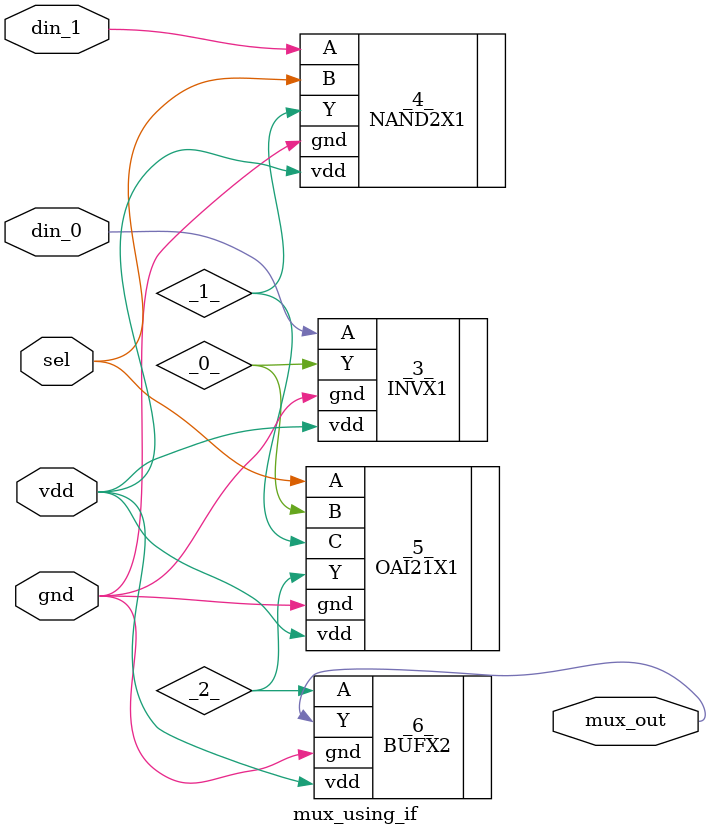
<source format=v>
/* Verilog module written by vlog2Verilog (qflow) */
/* With explicit power connections */

module mux_using_if(
    inout vdd,
    inout gnd,
    input din_0,
    input din_1,
    output mux_out,
    input sel
);

wire _1_ ;
wire _0_ ;
wire mux_out ;
wire din_0 ;
wire din_1 ;
wire _2_ ;
wire sel ;

INVX1 _3_ (
    .gnd(gnd),
    .vdd(vdd),
    .A(din_0),
    .Y(_0_)
);

NAND2X1 _4_ (
    .gnd(gnd),
    .vdd(vdd),
    .A(din_1),
    .B(sel),
    .Y(_1_)
);

OAI21X1 _5_ (
    .gnd(gnd),
    .vdd(vdd),
    .A(sel),
    .B(_0_),
    .C(_1_),
    .Y(_2_)
);

BUFX2 _6_ (
    .gnd(gnd),
    .vdd(vdd),
    .A(_2_),
    .Y(mux_out)
);

endmodule

</source>
